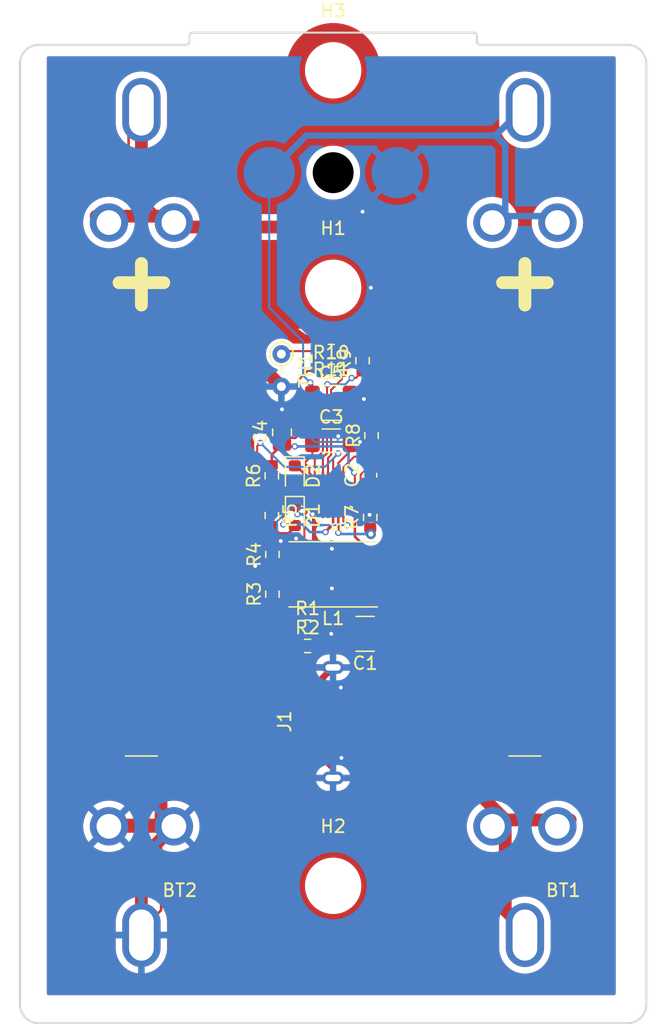
<source format=kicad_pcb>
(kicad_pcb (version 20210424) (generator pcbnew)
  (layers (0 "F.Cu" signal) (31 "B.Cu" signal) (34 "B.Paste" user) (35 "F.Paste" user) (36 "B.SilkS" user "B.Silkscreen") (37 "F.SilkS" user "F.Silkscreen") (38 "B.Mask" user) (39 "F.Mask" user) (44 "Edge.Cuts" user))
  (net 0 "")
  (net 1 "Net-(BT1-Pad2)")
  (net 2 "+BATT")
  (net 3 "GND")
  (net 4 "+5V")
  (net 5 "Net-(C2-Pad2)")
  (net 6 "Net-(C2-Pad1)")
  (net 7 "Net-(C3-Pad1)")
  (net 8 "VCC")
  (net 9 "Net-(U1-Pad18)")
  (net 10 "Net-(D1-Pad2)")
  (net 11 "Net-(J1-Pad5)")
  (net 12 "Net-(J1-Pad4)")
  (net 13 "Net-(R3-Pad2)")
  (net 14 "Net-(U1-Pad16)")
  (net 15 "Net-(D2-Pad2)")
  (net 16 "Net-(R7-Pad1)")
  (net 17 "Net-(R8-Pad1)")
  (net 18 "Net-(R9-Pad1)")
  (net 19 "Net-(R10-Pad2)")
  (net 20 "Net-(R11-Pad2)")
  (footprint "Resistor_THT:R_Axial_DIN0204_L3.6mm_D1.6mm_P2.54mm_Vertical" (layer "F.Cu") (at 70.95 89.18 -90)
    (fp_text reference "TH1" (at 1.27 -1.92 90) (layer "F.SilkS"))
    (fp_text value "Thermistor_NTC")
    (fp_line (start 0.92 0) (end 1.54 0) (layer "F.SilkS") (width 0.12))
    (fp_circle (center 0 0) (end 0.92 0) (layer "F.SilkS") (width 0.12) (fill none))
    (pad "1" thru_hole circle locked (at 0 0 270) (size 1.4 1.4) (drill 0.7) (layers *.Cu *.Mask) (net 20 "Net-(R11-Pad2)"))
    (pad "2" thru_hole oval locked (at 2.54 0 270) (size 1.4 1.4) (drill 0.7) (layers *.Cu *.Mask) (net 3 "GND"))
  )
  (footprint "Resistor_SMD:R_0603_1608Metric" (layer "F.Cu") (at 73 110.5)
    (fp_text reference "R1" (at 0 -1.43) (layer "F.SilkS"))
    (fp_text value "R")
    (fp_line (start -0.237258 0.5225) (end 0.237258 0.5225) (layer "F.SilkS") (width 0.12))
    (fp_line (start -0.237258 -0.5225) (end 0.237258 -0.5225) (layer "F.SilkS") (width 0.12))
    (pad "1" smd roundrect locked (at -0.825 0) (size 0.8 0.95) (layers "F.Cu" "F.Paste" "F.Mask") (net 12 "Net-(J1-Pad4)"))
    (pad "2" smd roundrect locked (at 0.825 0) (size 0.8 0.95) (layers "F.Cu" "F.Paste" "F.Mask") (net 3 "GND"))
  )
  (footprint "Resistor_SMD:R_0603_1608Metric" (layer "F.Cu") (at 77.3 89.7 90)
    (fp_text reference "R9" (at 0 -1.43 90) (layer "F.SilkS"))
    (fp_text value "100")
    (fp_line (start -0.237258 0.5225) (end 0.237258 0.5225) (layer "F.SilkS") (width 0.12))
    (fp_line (start -0.237258 -0.5225) (end 0.237258 -0.5225) (layer "F.SilkS") (width 0.12))
    (pad "1" smd roundrect locked (at -0.825 0 90) (size 0.8 0.95) (layers "F.Cu" "F.Paste" "F.Mask") (net 18 "Net-(R9-Pad1)"))
    (pad "2" smd roundrect locked (at 0.825 0 90) (size 0.8 0.95) (layers "F.Cu" "F.Paste" "F.Mask") (net 1 "Net-(BT1-Pad2)"))
  )
  (footprint "VX8Battery:MP2672A" (layer "F.Cu") (at 75 100.2 180)
    (fp_text reference "U1" (at -0.2 -2.5 180 unlocked) (layer "F.SilkS") (effects (font (size 0.5 0.5) (thickness 0.125))))
    (fp_text value "MP2672A")
    (fp_circle (center -1.4 -1) (end -1.3 -1) (layer "F.SilkS") (width 0.12) (fill none))
    (pad "1" smd roundrect (at -0.85 -0.6 180) (size 1 0.2) (layers "F.Cu" "F.Paste" "F.Mask") (chamfer_ratio 0.2) (chamfer top_left top_right bottom_left bottom_right) (net 4 "+5V"))
    (pad "2" smd rect (at -0.85 -0.2 180) (size 1 0.2) (layers "F.Cu" "F.Paste" "F.Mask") (net 6 "Net-(C2-Pad1)"))
    (pad "3" smd rect (at -0.85 0.2 180) (size 1 0.2) (layers "F.Cu" "F.Paste" "F.Mask") (net 5 "Net-(C2-Pad2)"))
    (pad "4" smd rect (at -0.85 0.6 180) (size 1 0.2) (layers "F.Cu" "F.Paste" "F.Mask") (net 8 "VCC"))
    (pad "5" smd rect (at -0.8 1.45 270) (size 0.7 0.2) (layers "F.Cu" "F.Paste" "F.Mask") (net 17 "Net-(R8-Pad1)"))
    (pad "6" smd rect (at -0.4 1.45 270) (size 0.7 0.2) (layers "F.Cu" "F.Paste" "F.Mask") (net 3 "GND"))
    (pad "7" smd rect (at 0 1.45 270) (size 0.7 0.2) (layers "F.Cu" "F.Paste" "F.Mask") (net 13 "Net-(R3-Pad2)"))
    (pad "8" smd rect (at 0.4 1.45 270) (size 0.7 0.2) (layers "F.Cu" "F.Paste" "F.Mask") (net 19 "Net-(R10-Pad2)"))
    (pad "9" smd rect (at 0.8 1.45 270) (size 0.7 0.2) (layers "F.Cu" "F.Paste" "F.Mask") (net 18 "Net-(R9-Pad1)"))
    (pad "10" smd rect (at 0.85 0.6) (size 1 0.2) (layers "F.Cu" "F.Paste" "F.Mask") (net 2 "+BATT"))
    (pad "11" smd rect (at 0.85 0.2) (size 1 0.2) (layers "F.Cu" "F.Paste" "F.Mask") (net 7 "Net-(C3-Pad1)"))
    (pad "12" smd rect (at 0.85 -0.2) (size 1 0.2) (layers "F.Cu" "F.Paste" "F.Mask") (net 6 "Net-(C2-Pad1)"))
    (pad "13" smd rect (at 0.85 -0.6) (size 1 0.2) (layers "F.Cu" "F.Paste" "F.Mask") (net 3 "GND"))
    (pad "14" smd rect (at 0.8 -1.45 270) (size 0.7 0.2) (layers "F.Cu" "F.Paste" "F.Mask"))
    (pad "15" smd rect (at 0.4 -1.45 270) (size 0.7 0.2) (layers "F.Cu" "F.Paste" "F.Mask"))
    (pad "16" smd rect (at 0 -1.45 270) (size 0.7 0.2) (layers "F.Cu" "F.Paste" "F.Mask") (net 14 "Net-(U1-Pad16)"))
    (pad "17" smd rect (at -0.4 -1.45 270) (size 0.7 0.2) (layers "F.Cu" "F.Paste" "F.Mask") (net 16 "Net-(R7-Pad1)"))
    (pad "18" smd rect (at -0.8 -1.45 270) (size 0.7 0.2) (layers "F.Cu" "F.Paste" "F.Mask") (net 9 "Net-(U1-Pad18)"))
  )
  (footprint "Resistor_SMD:R_0603_1608Metric" (layer "F.Cu") (at 74.85 90.5)
    (fp_text reference "R10" (at 0 -1.43) (layer "F.SilkS"))
    (fp_text value "12.62K")
    (fp_line (start -0.237258 0.5225) (end 0.237258 0.5225) (layer "F.SilkS") (width 0.12))
    (fp_line (start -0.237258 -0.5225) (end 0.237258 -0.5225) (layer "F.SilkS") (width 0.12))
    (pad "1" smd roundrect locked (at -0.825 0) (size 0.8 0.95) (layers "F.Cu" "F.Paste" "F.Mask") (net 8 "VCC"))
    (pad "2" smd roundrect locked (at 0.825 0) (size 0.8 0.95) (layers "F.Cu" "F.Paste" "F.Mask") (net 19 "Net-(R10-Pad2)"))
  )
  (footprint "VX8Battery:AdafruitSMTStandoff" (layer "F.Cu") (at 75 84)
    (fp_text reference "H1" (at 0 -4.65) (layer "F.SilkS"))
    (fp_text value "MountingHole_Pad")
    (pad "" np_thru_hole circle locked (at 0 0) (size 4.22 4.22) (drill 4.4) (layers F&B.Cu *.Mask))
    (pad "1" smd circle locked (at 0 -2.95) (size 1.1 1.1) (layers "F.Cu") (net 3 "GND"))
    (pad "1" smd circle locked (at -2.95 0) (size 1.1 1.1) (layers "F.Cu") (net 3 "GND"))
    (pad "1" smd circle locked (at 0 2.95) (size 1.1 1.1) (layers "F.Cu") (net 3 "GND"))
    (pad "1" smd custom locked (at 2.95 0) (size 1.1 1.1) (layers "F.Cu" "F.Mask") (net 3 "GND") (options (clearance outline) (anchor circle)) (primitives (gr_circle (center -2.95 0) (end 0 0) (width 1.5))))
  )
  (footprint "VX8Battery:Molex-2171780001" (layer "F.Cu") (at 73.2 118 90)
    (fp_text reference "J1" (at 0.1 -2 90 unlocked) (layer "F.SilkS"))
    (fp_text value "USBC-Molex-2171780001")
    (pad "1" thru_hole oval (at -4.32 1.79 90) (size 1 1.7) (drill oval 0.5 1.2) (layers *.Cu *.Mask) (net 3 "GND"))
    (pad "2" smd rect (at -2.75 1 90) (size 0.9 2) (layers "F.Cu" "F.Paste" "F.Mask") (net 3 "GND"))
    (pad "3" smd rect (at -1.52 1 90) (size 0.8 2) (layers "F.Cu" "F.Paste" "F.Mask") (net 4 "+5V"))
    (pad "4" smd rect (at -0.5 1 90) (size 0.7 2) (layers "F.Cu" "F.Paste" "F.Mask") (net 12 "Net-(J1-Pad4)"))
    (pad "5" smd rect (at 0.5 1 90) (size 0.721718 2) (layers "F.Cu" "F.Paste" "F.Mask") (net 11 "Net-(J1-Pad5)"))
    (pad "6" smd rect (at 1.52 1 90) (size 0.8 2) (layers "F.Cu" "F.Paste" "F.Mask") (net 4 "+5V"))
    (pad "7" smd rect (at 2.75 1 90) (size 0.9 2) (layers "F.Cu" "F.Paste" "F.Mask") (net 3 "GND"))
    (pad "8" thru_hole oval (at 4.32 1.79 90) (size 1 1.7) (drill oval 0.5 1.2) (layers *.Cu *.Mask) (net 3 "GND"))
  )
  (footprint "Resistor_SMD:R_0603_1608Metric" (layer "F.Cu") (at 78 95.55 90)
    (fp_text reference "R8" (at 0 -1.43 90) (layer "F.SilkS"))
    (fp_text value "17K")
    (fp_line (start -0.237258 -0.5225) (end 0.237258 -0.5225) (layer "F.SilkS") (width 0.12))
    (fp_line (start -0.237258 0.5225) (end 0.237258 0.5225) (layer "F.SilkS") (width 0.12))
    (pad "1" smd roundrect locked (at -0.825 0 90) (size 0.8 0.95) (layers "F.Cu" "F.Paste" "F.Mask") (net 17 "Net-(R8-Pad1)"))
    (pad "2" smd roundrect locked (at 0.825 0 90) (size 0.8 0.95) (layers "F.Cu" "F.Paste" "F.Mask") (net 3 "GND"))
  )
  (footprint "VX8Battery:AdafruitSMTStandoff" (layer "F.Cu") (at 75 67)
    (fp_text reference "H3" (at 0 -4.65) (layer "F.SilkS"))
    (fp_text value "MountingHole_Pad")
    (pad "" np_thru_hole circle locked (at 0 0) (size 4.22 4.22) (drill 4.4) (layers F&B.Cu *.Mask))
    (pad "1" smd custom locked (at 2.95 0) (size 1.1 1.1) (layers "F.Cu" "F.Mask") (net 3 "GND") (options (clearance outline) (anchor circle)) (primitives (gr_circle (center -2.95 0) (end 0 0) (width 1.5))))
    (pad "1" smd circle locked (at 0 2.95) (size 1.1 1.1) (layers "F.Cu") (net 3 "GND"))
    (pad "1" smd circle locked (at -2.95 0) (size 1.1 1.1) (layers "F.Cu") (net 3 "GND"))
    (pad "1" smd circle locked (at 0 -2.95) (size 1.1 1.1) (layers "F.Cu") (net 3 "GND"))
  )
  (footprint "VX8Battery:VX8BatteryPins" (layer "F.Cu") (at 75 75)
    (fp_text reference "J2" (at 0 -0.5 unlocked) (layer "F.SilkS"))
    (fp_text value "VX8BattPins")
    (pad "" np_thru_hole circle (at 0 0) (size 3.5 3.5) (drill 3.2) (layers *.Mask))
    (pad "1" smd circle (at -5 0) (size 4 4) (layers "B.Cu" "B.Mask") (net 2 "+BATT"))
    (pad "3" smd circle (at 5 0) (size 4 4) (layers "B.Cu" "B.Mask") (net 3 "GND"))
  )
  (footprint "Capacitor_SMD:C_1210_3225Metric" (layer "F.Cu") (at 74.85 93)
    (fp_text reference "C5" (at 0 -2.3) (layer "F.SilkS"))
    (fp_text value "22u")
    (fp_line (start -0.711252 -1.36) (end 0.711252 -1.36) (layer "F.SilkS") (width 0.12))
    (fp_line (start -0.711252 1.36) (end 0.711252 1.36) (layer "F.SilkS") (width 0.12))
    (pad "1" smd roundrect locked (at -1.475 0) (size 1.15 2.7) (layers "F.Cu" "F.Paste" "F.Mask") (roundrect_rratio 0.217391) (net 2 "+BATT"))
    (pad "2" smd roundrect locked (at 1.475 0) (size 1.15 2.7) (layers "F.Cu" "F.Paste" "F.Mask") (roundrect_rratio 0.217391) (net 3 "GND"))
  )
  (footprint "Resistor_SMD:R_0603_1608Metric" (layer "F.Cu") (at 74.85 88.95 180)
    (fp_text reference "R11" (at 0 -1.43) (layer "F.SilkS"))
    (fp_text value "3.63K")
    (fp_line (start -0.237258 -0.5225) (end 0.237258 -0.5225) (layer "F.SilkS") (width 0.12))
    (fp_line (start -0.237258 0.5225) (end 0.237258 0.5225) (layer "F.SilkS") (width 0.12))
    (pad "1" smd roundrect locked (at -0.825 0 180) (size 0.8 0.95) (layers "F.Cu" "F.Paste" "F.Mask") (net 19 "Net-(R10-Pad2)"))
    (pad "2" smd roundrect locked (at 0.825 0 180) (size 0.8 0.95) (layers "F.Cu" "F.Paste" "F.Mask") (net 20 "Net-(R11-Pad2)"))
  )
  (footprint "Capacitor_SMD:C_0603_1608Metric" (layer "F.Cu") (at 77.9 98.65 90)
    (fp_text reference "C2" (at 0 -1.43 90) (layer "F.SilkS"))
    (fp_text value "100n")
    (fp_line (start -0.14058 -0.51) (end 0.14058 -0.51) (layer "F.SilkS") (width 0.12))
    (fp_line (start -0.14058 0.51) (end 0.14058 0.51) (layer "F.SilkS") (width 0.12))
    (pad "1" smd roundrect locked (at -0.775 0 90) (size 0.9 0.95) (layers "F.Cu" "F.Paste" "F.Mask") (net 6 "Net-(C2-Pad1)"))
    (pad "2" smd roundrect locked (at 0.775 0 90) (size 0.9 0.95) (layers "F.Cu" "F.Paste" "F.Mask") (net 5 "Net-(C2-Pad2)"))
  )
  (footprint "Resistor_SMD:R_0603_1608Metric" (layer "F.Cu") (at 70.2 101.8 -90)
    (fp_text reference "R5" (at 0 -1.43 90) (layer "F.SilkS"))
    (fp_text value "R")
    (fp_line (start -0.237258 -0.5225) (end 0.237258 -0.5225) (layer "F.SilkS") (width 0.12))
    (fp_line (start -0.237258 0.5225) (end 0.237258 0.5225) (layer "F.SilkS") (width 0.12))
    (pad "1" smd roundrect locked (at -0.825 0 270) (size 0.8 0.95) (layers "F.Cu" "F.Paste" "F.Mask") (net 8 "VCC"))
    (pad "2" smd roundrect locked (at 0.825 0 270) (size 0.8 0.95) (layers "F.Cu" "F.Paste" "F.Mask") (net 10 "Net-(D1-Pad2)"))
  )
  (footprint "Capacitor_SMD:C_0805_2012Metric" (layer "F.Cu") (at 71 95.3 90)
    (fp_text reference "C4" (at 0 -1.68 90) (layer "F.SilkS"))
    (fp_text value "1uF")
    (fp_line (start -0.261252 -0.735) (end 0.261252 -0.735) (layer "F.SilkS") (width 0.12))
    (fp_line (start -0.261252 0.735) (end 0.261252 0.735) (layer "F.SilkS") (width 0.12))
    (pad "1" smd roundrect locked (at -0.95 0 90) (size 1 1.45) (layers "F.Cu" "F.Paste" "F.Mask") (net 8 "VCC"))
    (pad "2" smd roundrect locked (at 0.95 0 90) (size 1 1.45) (layers "F.Cu" "F.Paste" "F.Mask") (net 3 "GND"))
  )
  (footprint "Resistor_SMD:R_0603_1608Metric" (layer "F.Cu") (at 70.25 107.95 90)
    (fp_text reference "R3" (at 0 -1.43 90) (layer "F.SilkS"))
    (fp_text value "28.7K")
    (fp_line (start -0.237258 -0.5225) (end 0.237258 -0.5225) (layer "F.SilkS") (width 0.12))
    (fp_line (start -0.237258 0.5225) (end 0.237258 0.5225) (layer "F.SilkS") (width 0.12))
    (pad "1" smd roundrect locked (at -0.825 0 90) (size 0.8 0.95) (layers "F.Cu" "F.Paste" "F.Mask") (net 4 "+5V"))
    (pad "2" smd roundrect locked (at 0.825 0 90) (size 0.8 0.95) (layers "F.Cu" "F.Paste" "F.Mask") (net 13 "Net-(R3-Pad2)"))
  )
  (footprint "Resistor_SMD:R_0603_1608Metric" (layer "F.Cu") (at 70.2 98.7 90)
    (fp_text reference "R6" (at 0 -1.43 90) (layer "F.SilkS"))
    (fp_text value "R")
    (fp_line (start -0.237258 0.5225) (end 0.237258 0.5225) (layer "F.SilkS") (width 0.12))
    (fp_line (start -0.237258 -0.5225) (end 0.237258 -0.5225) (layer "F.SilkS") (width 0.12))
    (pad "1" smd roundrect locked (at -0.825 0 90) (size 0.8 0.95) (layers "F.Cu" "F.Paste" "F.Mask") (net 15 "Net-(D2-Pad2)"))
    (pad "2" smd roundrect locked (at 0.825 0 90) (size 0.8 0.95) (layers "F.Cu" "F.Paste" "F.Mask") (net 8 "VCC"))
  )
  (footprint "Resistor_SMD:R_0603_1608Metric" (layer "F.Cu") (at 73 112)
    (fp_text reference "R2" (at 0 -1.43) (layer "F.SilkS"))
    (fp_text value "R")
    (fp_line (start -0.237258 0.5225) (end 0.237258 0.5225) (layer "F.SilkS") (width 0.12))
    (fp_line (start -0.237258 -0.5225) (end 0.237258 -0.5225) (layer "F.SilkS") (width 0.12))
    (pad "1" smd roundrect locked (at -0.825 0) (size 0.8 0.95) (layers "F.Cu" "F.Paste" "F.Mask") (net 11 "Net-(J1-Pad5)"))
    (pad "2" smd roundrect locked (at 0.825 0) (size 0.8 0.95) (layers "F.Cu" "F.Paste" "F.Mask") (net 3 "GND"))
  )
  (footprint "VX8Battery:21700Battery" (layer "F.Cu") (at 60 126.1)
    (fp_text reference "BT2" (at 3 5 -180) (layer "F.SilkS"))
    (fp_text value "Battery_Cell")
    (fp_line (start -1.25 -5.5) (end 1.25 -5.5) (layer "F.SilkS") (width 0.12))
    (fp_line (start 0 -44) (end 0 -40.75) (layer "F.SilkS") (width 1))
    (fp_line (start -1.75 -42.5) (end 1.75 -42.5) (layer "F.SilkS") (width 1))
    (pad "1" thru_hole oval (at 0 -56 180) (size 3 5) (drill oval 1.93 4) (layers *.Cu *.Mask) (net 1 "Net-(BT1-Pad2)"))
    (pad "1" thru_hole circle (at 2.54 -47.2) (size 3 3) (drill 1.93) (layers *.Cu *.Mask) (net 1 "Net-(BT1-Pad2)"))
    (pad "1" thru_hole circle (at -2.54 -47.2) (size 3 3) (drill 1.93) (layers *.Cu *.Mask) (net 1 "Net-(BT1-Pad2)"))
    (pad "2" thru_hole circle (at -2.54 0 180) (size 3 3) (drill 1.93) (layers *.Cu *.Mask) (net 3 "GND"))
    (pad "2" thru_hole oval (at 0 8.5 180) (size 3 5) (drill oval 1.93 4) (layers *.Cu *.Mask) (net 3 "GND"))
    (pad "2" thru_hole circle (at 2.54 0 180) (size 3 3) (drill 1.93) (layers *.Cu *.Mask) (net 3 "GND"))
  )
  (footprint "LED_SMD:LED_0603_1608Metric" (layer "F.Cu") (at 72 98.7 -90)
    (fp_text reference "D2" (at 0 -1.43 90) (layer "F.SilkS"))
    (fp_text value "LED")
    (fp_line (start -1.485 -0.735) (end -1.485 0.735) (layer "F.SilkS") (width 0.12))
    (fp_line (start 0.8 -0.735) (end -1.485 -0.735) (layer "F.SilkS") (width 0.12))
    (fp_line (start -1.485 0.735) (end 0.8 0.735) (layer "F.SilkS") (width 0.12))
    (pad "1" smd roundrect locked (at -0.7875 0 270) (size 0.875 0.95) (layers "F.Cu" "F.Paste" "F.Mask") (net 14 "Net-(U1-Pad16)"))
    (pad "2" smd roundrect locked (at 0.7875 0 270) (size 0.875 0.95) (layers "F.Cu" "F.Paste" "F.Mask") (net 15 "Net-(D2-Pad2)"))
  )
  (footprint "LED_SMD:LED_0603_1608Metric" (layer "F.Cu") (at 72 101.8 -90)
    (fp_text reference "D1" (at 0 -1.43 90) (layer "F.SilkS"))
    (fp_text value "LED")
    (fp_line (start -1.485 0.735) (end 0.8 0.735) (layer "F.SilkS") (width 0.12))
    (fp_line (start -1.485 -0.735) (end -1.485 0.735) (layer "F.SilkS") (width 0.12))
    (fp_line (start 0.8 -0.735) (end -1.485 -0.735) (layer "F.SilkS") (width 0.12))
    (pad "1" smd roundrect locked (at -0.7875 0 270) (size 0.875 0.95) (layers "F.Cu" "F.Paste" "F.Mask") (net 9 "Net-(U1-Pad18)"))
    (pad "2" smd roundrect locked (at 0.7875 0 270) (size 0.875 0.95) (layers "F.Cu" "F.Paste" "F.Mask") (net 10 "Net-(D1-Pad2)"))
  )
  (footprint "Capacitor_SMD:C_1210_3225Metric" (layer "F.Cu") (at 77.5 111.05 180)
    (fp_text reference "C1" (at 0 -2.3) (layer "F.SilkS"))
    (fp_text value "10uF")
    (fp_line (start -0.711252 -1.36) (end 0.711252 -1.36) (layer "F.SilkS") (width 0.12))
    (fp_line (start -0.711252 1.36) (end 0.711252 1.36) (layer "F.SilkS") (width 0.12))
    (pad "1" smd roundrect locked (at -1.475 0 180) (size 1.15 2.7) (layers "F.Cu" "F.Paste" "F.Mask") (roundrect_rratio 0.217391) (net 4 "+5V"))
    (pad "2" smd roundrect locked (at 1.475 0 180) (size 1.15 2.7) (layers "F.Cu" "F.Paste" "F.Mask") (roundrect_rratio 0.217391) (net 3 "GND"))
  )
  (footprint "Resistor_SMD:R_0603_1608Metric" (layer "F.Cu") (at 77.9 101.95 90)
    (fp_text reference "R7" (at 0 -1.43 90) (layer "F.SilkS"))
    (fp_text value "20K")
    (fp_line (start -0.237258 0.5225) (end 0.237258 0.5225) (layer "F.SilkS") (width 0.12))
    (fp_line (start -0.237258 -0.5225) (end 0.237258 -0.5225) (layer "F.SilkS") (width 0.12))
    (pad "1" smd roundrect locked (at -0.825 0 90) (size 0.8 0.95) (layers "F.Cu" "F.Paste" "F.Mask") (net 16 "Net-(R7-Pad1)"))
    (pad "2" smd roundrect locked (at 0.825 0 90) (size 0.8 0.95) (layers "F.Cu" "F.Paste" "F.Mask") (net 3 "GND"))
  )
  (footprint "VX8Battery:AdafruitSMTStandoff" (layer "F.Cu") (at 75 130.75)
    (fp_text reference "H2" (at 0 -4.65) (layer "F.SilkS"))
    (fp_text value "MountingHole_Pad")
    (pad "" np_thru_hole circle locked (at 0 0) (size 4.22 4.22) (drill 4.4) (layers F&B.Cu *.Mask))
    (pad "1" smd circle locked (at 0 -2.95) (size 1.1 1.1) (layers "F.Cu") (net 3 "GND"))
    (pad "1" smd circle locked (at 0 2.95) (size 1.1 1.1) (layers "F.Cu") (net 3 "GND"))
    (pad "1" smd custom locked (at 2.95 0) (size 1.1 1.1) (layers "F.Cu" "F.Mask") (net 3 "GND") (options (clearance outline) (anchor circle)) (primitives (gr_circle (center -2.95 0) (end 0 0) (width 1.5))))
    (pad "1" smd circle locked (at -2.95 0) (size 1.1 1.1) (layers "F.Cu") (net 3 "GND"))
  )
  (footprint "VX8Battery:21700Battery" (layer "F.Cu") (at 90 126.1)
    (fp_text reference "BT1" (at 3 5 -180) (layer "F.SilkS"))
    (fp_text value "Battery_Cell")
    (fp_line (start 0 -44) (end 0 -40.75) (layer "F.SilkS") (width 1))
    (fp_line (start -1.75 -42.5) (end 1.75 -42.5) (layer "F.SilkS") (width 1))
    (fp_line (start -1.25 -5.5) (end 1.25 -5.5) (layer "F.SilkS") (width 0.12))
    (pad "1" thru_hole circle (at -2.54 -47.2) (size 3 3) (drill 1.93) (layers *.Cu *.Mask) (net 2 "+BATT"))
    (pad "1" thru_hole circle (at 2.54 -47.2) (size 3 3) (drill 1.93) (layers *.Cu *.Mask) (net 2 "+BATT"))
    (pad "1" thru_hole oval (at 0 -56 180) (size 3 5) (drill oval 1.93 4) (layers *.Cu *.Mask) (net 2 "+BATT"))
    (pad "2" thru_hole circle (at -2.54 0 180) (size 3 3) (drill 1.93) (layers *.Cu *.Mask) (net 1 "Net-(BT1-Pad2)"))
    (pad "2" thru_hole circle (at 2.54 0 180) (size 3 3) (drill 1.93) (layers *.Cu *.Mask) (net 1 "Net-(BT1-Pad2)"))
    (pad "2" thru_hole oval (at 0 8.5 180) (size 3 5) (drill oval 1.93 4) (layers *.Cu *.Mask) (net 1 "Net-(BT1-Pad2)"))
  )
  (footprint "Inductor_SMD:L_Taiyo-Yuden_NR-50xx_HandSoldering" (layer "F.Cu") (at 75 106.4 180)
    (fp_text reference "L1" (at 0 -3.45) (layer "F.SilkS"))
    (fp_text value "1.5uH")
    (fp_line (start -3.45 -2.55) (end 3.45 -2.55) (layer "F.SilkS") (width 0.12))
    (fp_line (start -3.45 2.55) (end 3.45 2.55) (layer "F.SilkS") (width 0.12))
    (pad "1" smd rect locked (at -2.25 0 180) (size 2.4 4.2) (layers "F.Cu" "F.Paste" "F.Mask") (net 4 "+5V"))
    (pad "2" smd rect locked (at 2.25 0 180) (size 2.4 4.2) (layers "F.Cu" "F.Paste" "F.Mask") (net 6 "Net-(C2-Pad1)"))
  )
  (footprint "Resistor_SMD:R_0603_1608Metric" (layer "F.Cu") (at 70.25 104.85 90)
    (fp_text reference "R4" (at 0 -1.43 90) (layer "F.SilkS"))
    (fp_text value "10K")
    (fp_line (start -0.237258 -0.5225) (end 0.237258 -0.5225) (layer "F.SilkS") (width 0.12))
    (fp_line (start -0.237258 0.5225) (end 0.237258 0.5225) (layer "F.SilkS") (width 0.12))
    (pad "1" smd roundrect locked (at -0.825 0 90) (size 0.8 0.95) (layers "F.Cu" "F.Paste" "F.Mask") (net 13 "Net-(R3-Pad2)"))
    (pad "2" smd roundrect locked (at 0.825 0 90) (size 0.8 0.95) (layers "F.Cu" "F.Paste" "F.Mask") (net 3 "GND"))
  )
  (footprint "Capacitor_SMD:C_1206_3216Metric" (layer "F.Cu") (at 74.85 95.95)
    (fp_text reference "C3" (at 0 -1.85) (layer "F.SilkS"))
    (fp_text value "4.7uF")
    (fp_line (start -0.711252 0.91) (end 0.711252 0.91) (layer "F.SilkS") (width 0.12))
    (fp_line (start -0.711252 -0.91) (end 0.711252 -0.91) (layer "F.SilkS") (width 0.12))
    (pad "1" smd roundrect locked (at -1.475 0) (size 1.15 1.8) (layers "F.Cu" "F.Paste" "F.Mask") (roundrect_rratio 0.217391) (net 7 "Net-(C3-Pad1)"))
    (pad "2" smd roundrect locked (at 1.475 0) (size 1.15 1.8) (layers "F.Cu" "F.Paste" "F.Mask") (roundrect_rratio 0.217391) (net 3 "GND"))
  )
  (gr_line (start 99.5 140) (end 99.5 66.5) (angle 90) (layer "Edge.Cuts") (width 0.16))
  (gr_line (start 64.018 64.053) (end 85.982 64.053) (angle 90) (layer "Edge.Cuts") (width 0.16))
  (gr_line (start 52 65) (end 63.5 65) (angle 90) (layer "Edge.Cuts") (width 0.16))
  (gr_line (start 50.5 66.5) (end 50.5 140) (angle 90) (layer "Edge.Cuts") (width 0.16))
  (gr_line (start 98 65) (end 86.5 65) (angle 90) (layer "Edge.Cuts") (width 0.16))
  (gr_arc (start 86.5 64.741) (end 86.241 64.741) (angle -90) (layer "Edge.Cuts") (width 0.16))
  (gr_line (start 52 141.5) (end 98 141.5) (angle 90) (layer "Edge.Cuts") (width 0.16))
  (gr_arc (start 64.018 64.312) (end 64.018 64.053) (angle -90) (layer "Edge.Cuts") (width 0.16))
  (gr_arc (start 52 140) (end 50.5 140) (angle -90) (layer "Edge.Cuts") (width 0.16))
  (gr_arc (start 98 66.5) (end 99.5 66.5) (angle -90) (layer "Edge.Cuts") (width 0.16))
  (gr_line (start 63.759 64.741) (end 63.759 64.312) (angle 90) (layer "Edge.Cuts") (width 0.16))
  (gr_arc (start 63.5 64.741) (end 63.5 65) (angle -90) (layer "Edge.Cuts") (width 0.16))
  (gr_arc (start 85.982 64.312) (end 86.241 64.312) (angle -90) (layer "Edge.Cuts") (width 0.16))
  (gr_line (start 86.241 64.312) (end 86.241 64.741) (angle 90) (layer "Edge.Cuts") (width 0.16))
  (gr_arc (start 52 66.5) (end 52 65) (angle -90) (layer "Edge.Cuts") (width 0.16))
  (gr_arc (start 98 140) (end 98 141.5) (angle -90) (layer "Edge.Cuts") (width 0.16))
  (segment (start 77.825 88.875) (end 80.65 86.05) (width 1) (layer "F.Cu") (net 1))
  (segment (start 88.46 125.6) (end 85.66 122.8) (width 1) (layer "F.Cu") (net 1))
  (segment (start 61.54 78.4) (end 59.7 78.4) (width 1) (layer "F.Cu") (net 1))
  (segment (start 80.65 86.05) (end 80.65 80.1) (width 1) (layer "F.Cu") (net 1))
  (segment (start 85.65 122.8) (end 80.6 117.75) (width 1) (layer "F.Cu") (net 1))
  (segment (start 80.65 80.1) (end 79.8 79.25) (width 1) (layer "F.Cu") (net 1))
  (segment (start 77.3 88.875) (end 77.825 88.875) (width 1) (layer "F.Cu") (net 1))
  (segment (start 89.84998 134.04998) (end 89.84998 134.54998) (width 1) (layer "F.Cu") (net 1))
  (segment (start 79.8 79.25) (end 62.39 79.25) (width 1) (layer "F.Cu") (net 1))
  (segment (start 59.7 78.4) (end 56.46 78.4) (width 1) (layer "F.Cu") (net 1))
  (segment (start 91 135.2) (end 91 134.65002) (width 0.2) (layer "F.Cu") (net 1))
  (segment (start 59.7 78.4) (end 60 78.1) (width 1) (layer "F.Cu") (net 1))
  (segment (start 80.6 86.1) (end 80.65 86.05) (width 1) (layer "F.Cu") (net 1))
  (segment (start 60 78.1) (end 60 70.1) (width 1) (layer "F.Cu") (net 1))
  (segment (start 59 68.8) (end 59 75.86) (width 0.2) (layer "F.Cu") (net 1))
  (segment (start 88.46 125.6) (end 93.54 125.6) (width 1) (layer "F.Cu") (net 1))
  (segment (start 59 75.86) (end 61.54 78.4) (width 0.2) (layer "F.Cu") (net 1))
  (segment (start 89.84998 134.54998) (end 91 135.7) (width 1) (layer "F.Cu") (net 1))
  (segment (start 88.46 125.6) (end 88.46 132.66) (width 1) (layer "F.Cu") (net 1))
  (segment (start 62.39 79.25) (end 61.54 78.4) (width 1) (layer "F.Cu") (net 1))
  (segment (start 80.6 117.75) (end 80.6 86.1) (width 1) (layer "F.Cu") (net 1))
  (segment (start 88.46 132.66) (end 89.84998 134.04998) (width 1) (layer "F.Cu") (net 1))
  (segment (start 85.66 122.8) (end 85.65 122.8) (width 1) (layer "F.Cu") (net 1))
  (segment (start 73.375 93) (end 73.375 91.575) (width 0.16) (layer "F.Cu") (net 2))
  (segment (start 73.375 91.575) (end 73.2 91.4) (width 0.16) (layer "F.Cu") (net 2))
  (segment (start 73.559022 99.409022) (end 73.559022 97.440334) (width 0.16) (layer "F.Cu") (net 2))
  (segment (start 74.15 99.6) (end 73.75 99.6) (width 0.16) (layer "F.Cu") (net 2))
  (segment (start 73.559022 97.440334) (end 74.2 96.799356) (width 0.16) (layer "F.Cu") (net 2))
  (segment (start 74.2 93.825) (end 73.375 93) (width 0.16) (layer "F.Cu") (net 2))
  (segment (start 74.2 96.799356) (end 74.2 93.825) (width 0.16) (layer "F.Cu") (net 2))
  (segment (start 73.75 99.6) (end 73.559022 99.409022) (width 0.16) (layer "F.Cu") (net 2))
  (via (at 73.2 91.4) (size 0.5) (drill 0.3) (layers "F.Cu" "B.Cu") (net 2))
  (segment (start 87.7 72.1) (end 88.46 72.86) (width 0.5) (layer "B.Cu") (net 2))
  (segment (start 70 75) (end 72.9 72.1) (width 0.5) (layer "B.Cu") (net 2))
  (segment (start 72.65 90.85) (end 72.65 88.2) (width 0.16) (layer "B.Cu") (net 2))
  (segment (start 88.46 78.4) (end 93.54 78.4) (width 0.5) (layer "B.Cu") (net 2))
  (segment (start 72.9 72.1) (end 87.7 72.1) (width 0.5) (layer "B.Cu") (net 2))
  (segment (start 72.65 88.2) (end 70 85.55) (width 0.16) (layer "B.Cu") (net 2))
  (segment (start 70 85.55) (end 70 75) (width 0.16) (layer "B.Cu") (net 2))
  (segment (start 87.7 72.1) (end 91 68.8) (width 0.5) (layer "B.Cu") (net 2))
  (segment (start 73.2 91.4) (end 72.65 90.85) (width 0.16) (layer "B.Cu") (net 2))
  (segment (start 70 75.85) (end 70 75) (width 0.5) (layer "B.Cu") (net 2))
  (segment (start 88.46 72.86) (end 88.46 78.4) (width 0.5) (layer "B.Cu") (net 2))
  (segment (start 68.320977 90.949023) (end 69.25 90.02) (width 1) (layer "F.Cu") (net 3))
  (segment (start 69.75 110.15) (end 69.05 109.45) (width 0.5) (layer "F.Cu") (net 3))
  (segment (start 68.9 109.3) (end 68.9 105.75) (width 0.5) (layer "F.Cu") (net 3))
  (segment (start 76.325 95.95) (end 76.325 93) (width 0.16) (layer "F.Cu") (net 3))
  (segment (start 61.54 125.6) (end 61.54 122.8) (width 1) (layer "F.Cu") (net 3))
  (segment (start 61.54 125.6) (end 61.54 132.66) (width 0.2) (layer "F.Cu") (net 3))
  (segment (start 56.46 125.6) (end 61.54 125.6) (width 0.2) (layer "F.Cu") (net 3))
  (segment (start 61.54 122.8) (end 68.4 122.8) (width 1) (layer "F.Cu") (net 3))
  (segment (start 69.25 90.02) (end 69.25 87.2) (width 1) (layer "F.Cu") (net 3))
  (segment (start 76.025 111.05) (end 74.85 111.05) (width 0.2) (layer "F.Cu") (net 3))
  (segment (start 73.05 109.5) (end 71.8 109.5) (width 0.2) (layer "F.Cu") (net 3))
  (segment (start 74.375 111.05) (end 73.825 110.5) (width 0.2) (layer "F.Cu") (net 3))
  (segment (start 71.4 122.8) (end 73.45 120.75) (width 1) (layer "F.Cu") (net 3))
  (segment (start 76.325 93) (end 77.1 93) (width 0.5) (layer "F.Cu") (net 3))
  (segment (start 74.99 122.32) (end 74.99 127.79) (width 0.5) (layer "F.Cu") (net 3))
  (segment (start 77.95 81.771646) (end 77.478833 81.300479) (width 1) (layer "F.Cu") (net 3))
  (segment (start 75.4 98.75) (end 75.4 97.701856) (width 0.16) (layer "F.Cu") (net 3))
  (segment (start 78 94.675) (end 76.325 93) (width 0.16) (layer "F.Cu") (net 3))
  (segment (start 74.99 122.32) (end 74.99 121.54) (width 0.5) (layer "F.Cu") (net 3))
  (segment (start 77.1 96.05) (end 76.425 96.05) (width 0.16) (layer "F.Cu") (net 3))
  (segment (start 72.05 82.954708) (end 72.05 84) (width 1) (layer "F.Cu") (net 3))
  (segment (start 77.35 78.1) (end 77.3 78.05) (width 0.5) (layer "F.Cu") (net 3))
  (segment (start 68.4 122.8) (end 68.320977 122.720977) (width 1) (layer "F.Cu") (net 3))
  (segment (start 78 94.725) (end 78 94.675) (width 0.16) (layer "F.Cu") (net 3))
  (segment (start 60 134.6) (end 60 128.64) (width 1) (layer "F.Cu") (net 3))
  (segment (start 77.478833 81.300479) (end 73.704229 81.300479) (width 1) (layer "F.Cu") (net 3))
  (segment (start 77.95 77.4) (end 77.95 67) (width 0.5) (layer "F.Cu") (net 3))
  (segment (start 69.05 109.45) (end 68.9 109.3) (width 0.5) (layer "F.Cu") (net 3))
  (segment (start 70.675 104.025) (end 70.9 103.8) (width 0.16) (layer "F.Cu") (net 3))
  (segment (start 60 128.64) (end 62.54 126.1) (width 1) (layer "F.Cu") (net 3))
  (segment (start 74.15 100.8) (end 73.75 100.8) (width 0.16) (layer "F.Cu") (net 3))
  (segment (start 70.25 104.025) (end 70.675 104.025) (width 0.16) (layer "F.Cu") (net 3))
  (segment (start 68.320977 122.720977) (end 68.320977 90.949023) (width 1) (layer "F.Cu") (net 3))
  (segment (start 76.325 96.776856) (end 76.325 95.95) (width 0.16) (layer "F.Cu") (net 3))
  (segment (start 74.99 127.79) (end 75 127.8) (width 0.5) (layer "F.Cu") (net 3))
  (segment (start 71 91.815) (end 71.1 91.715) (width 0.16) (layer "F.Cu") (net 3))
  (segment (start 74.2 114.47) (end 74.99 113.68) (width 0.5) (layer "F.Cu") (net 3))
  (segment (start 70.95 85.5) (end 72.149521 86.699521) (width 1) (layer "F.Cu") (net 3))
  (segment (start 73.4 101.15) (end 73.4 101.7) (width 0.16) (layer "F.Cu") (net 3))
  (segment (start 73.45 120.75) (end 74.2 120.75) (width 1) (layer "F.Cu") (net 3))
  (segment (start 61.54 132.66) (end 59.75002 134.44998) (width 0.2) (layer "F.Cu") (net 3))
  (segment (start 74.2 120.95) (end 73.5 120.95) (width 0.16) (layer "F.Cu") (net 3))
  (segment (start 62.54 126.1) (end 57.46 126.1) (width 1) (layer "F.Cu") (net 3))
  (segment (start 71 93.5) (end 71 91.815) (width 0.16) (layer "F.Cu") (net 3))
  (segment (start 71 94.35) (end 71 93.5) (width 0.16) (layer "F.Cu") (net 3))
  (segment (start 75.4 97.701856) (end 76.325 96.776856) (width 0.16) (layer "F.Cu") (net 3))
  (segment (start 74.85 111.05) (end 74.375 111.05) (width 0.2) (layer "F.Cu") (net 3))
  (segment (start 75.65 120.75) (end 74.2 120.75) (width 0.5) (layer "F.Cu") (net 3))
  (segment (start 73.825 110.5) (end 73.825 110.275) (width 0.2) (layer "F.Cu") (net 3))
  (segment (start 77.85 101.75) (end 77.85 101.175) (width 0.16) (layer "F.Cu") (net 3))
  (segment (start 69.25 87.2) (end 70.95 85.5) (width 1) (layer "F.Cu") (net 3))
  (segment (start 77.3 78.05) (end 77.95 77.4) (width 0.5) (layer "F.Cu") (net 3))
  (segment (start 77.478833 86.699521) (end 77.95 86.228354) (width 1) (layer "F.Cu") (net 3))
  (segment (start 69.8 110.15) (end 69.75 110.15) (width 0.5) (layer "F.Cu") (net 3))
  (segment (start 74.2 115.25) (end 75.6 115.25) (width 0.5) (layer "F.Cu") (net 3))
  (segment (start 71.8 109.5) (end 71.15 110.15) (width 0.2) (layer "F.Cu") (net 3))
  (segment (start 74.9 107.5) (end 74.9 104.4) (width 0.2) (layer "F.Cu") (net 3))
  (segment (start 77.95 86.228354) (end 77.95 81.771646) (width 1) (layer "F.Cu") (net 3))
  (segment (start 73.825 110.275) (end 73.05 109.5) (width 0.2) (layer "F.Cu") (net 3))
  (segment (start 68.4 122.8) (end 71.4 122.8) (width 1) (layer "F.Cu") (net 3))
  (segment (start 70.95 91.72) (end 69.25 90.02) (width 1) (layer "F.Cu") (net 3))
  (segment (start 75.975 95.6) (end 76.325 95.95) (width 0.16) (layer "F.Cu") (net 3))
  (segment (start 73.5 101.05) (end 73.4 101.15) (width 0.16) (layer "F.Cu") (net 3))
  (segment (start 77.1 93) (end 77.4 92.7) (width 0.5) (layer "F.Cu") (net 3))
  (segment (start 73.75 100.8) (end 73.5 101.05) (width 0.16) (layer "F.Cu") (net 3))
  (segment (start 73.825 110.5) (end 73.825 112) (width 0.2) (layer "F.Cu") (net 3))
  (segment (start 72.149521 86.699521) (end 77.478833 86.699521) (width 1) (layer "F.Cu") (net 3))
  (segment (start 77.85 101.175) (end 77.9 101.125) (width 0.16) (layer "F.Cu") (net 3))
  (segment (start 73.704229 81.300479) (end 72.05 82.954708) (width 1) (layer "F.Cu") (net 3))
  (segment (start 74.2 115.25) (end 74.2 114.47) (width 0.5) (layer "F.Cu") (net 3))
  (segment (start 75.4 95.6) (end 75.975 95.6) (width 0.16) (layer "F.Cu") (net 3))
  (segment (start 76.425 96.05) (end 76.325 95.95) (width 0.16) (layer "F.Cu") (net 3))
  (segment (start 71.15 110.15) (end 69.8 110.15) (width 0.2) (layer "F.Cu") (net 3))
  (segment (start 74.99 121.54) (end 74.2 120.75) (width 0.5) (layer "F.Cu") (net 3))
  (via (at 77.85 101.75) (size 0.5) (drill 0.3) (layers "F.Cu" "B.Cu") (net 3))
  (via (at 70.9 103.8) (size 0.5) (drill 0.3) (layers "F.Cu" "B.Cu") (net 3))
  (via (at 75.65 120.75) (size 0.5) (drill 0.3) (layers "F.Cu" "B.Cu") (net 3))
  (via (at 77.3 78.05) (size 0.5) (drill 0.3) (layers "F.Cu" "B.Cu") (net 3))
  (via (at 72.1 103.6) (size 0.5) (drill 0.3) (layers "F.Cu" "B.Cu") (net 3))
  (via (at 74.85 111.05) (size 0.5) (drill 0.3) (layers "F.Cu" "B.Cu") (net 3))
  (via (at 73.4 101.7) (size 0.5) (drill 0.3) (layers "F.Cu" "B.Cu") (net 3))
  (via (at 75.4 95.6) (size 0.5) (drill 0.3) (layers "F.Cu" "B.Cu") (net 3))
  (via (at 74.9 104.4) (size 0.5) (drill 0.3) (layers "F.Cu" "B.Cu") (net 3))
  (via (at 77.4 92.7) (size 0.5) (drill 0.3) (layers "F.Cu" "B.Cu") (net 3))
  (via (at 68.9 105.75) (size 0.5) (drill 0.3) (layers "F.Cu" "B.Cu") (net 3))
  (via (at 75.6 115.25) (size 0.5) (drill 0.3) (layers "F.Cu" "B.Cu") (net 3))
  (via (at 77.95 84) (size 0.5) (drill 0.3) (layers "F.Cu" "B.Cu") (net 3))
  (via (at 71 93.5) (size 0.5) (drill 0.3) (layers "F.Cu" "B.Cu") (net 3))
  (via (at 77.1 96.05) (size 0.5) (drill 0.3) (layers "F.Cu" "B.Cu") (net 3))
  (via (at 74.9 107.5) (size 0.5) (drill 0.3) (layers "F.Cu" "B.Cu") (net 3))
  (segment (start 77.95 78.7) (end 77.95 84) (width 0.5) (layer "B.Cu") (net 3))
  (segment (start 74.85 107.55) (end 74.9 107.5) (width 0.2) (layer "B.Cu") (net 3))
  (segment (start 72.9 104.4) (end 72.1 103.6) (width 0.2) (layer "B.Cu") (net 3))
  (segment (start 71.665039 101.210499) (end 72.910499 101.210499) (width 0.16) (layer "B.Cu") (net 3))
  (segment (start 70.9 103.8) (end 70.610499 103.510499) (width 0.16) (layer "B.Cu") (net 3))
  (segment (start 74.85 111.05) (end 74.85 107.55) (width 0.2) (layer "B.Cu") (net 3))
  (segment (start 78.6 97.3) (end 77.35 96.05) (width 0.16) (layer "B.Cu") (net 3))
  (segment (start 77.3 77.7) (end 80 75) (width 0.5) (layer "B.Cu") (net 3))
  (segment (start 78.6 100.3) (end 78.6 97.3) (width 0.16) (layer "B.Cu") (net 3))
  (segment (start 77.1 96.05) (end 75.35 96.05) (width 0.16) (layer "B.Cu") (net 3))
  (segment (start 75.35 96.05) (end 73.55 96.05) (width 0.16) (layer "B.Cu") (net 3))
  (segment (start 72.910499 101.210499) (end 73.4 101.7) (width 0.16) (layer "B.Cu") (net 3))
  (segment (start 75.6 120.7) (end 75.65 120.75) (width 0.5) (layer "B.Cu") (net 3))
  (segment (start 77.3 78.05) (end 77.95 78.7) (width 0.5) (layer "B.Cu") (net 3))
  (segment (start 75.35 96.05) (end 75.35 95.65) (width 0.16) (layer "B.Cu") (net 3))
  (segment (start 74.9 104.4) (end 72.9 104.4) (width 0.2) (layer "B.Cu") (net 3))
  (segment (start 77.35 78.1) (end 77.3 78.05) (width 0.5) (layer "B.Cu") (net 3))
  (segment (start 77.8 101.7) (end 77.85 101.75) (width 0.16) (layer "B.Cu") (net 3))
  (segment (start 75.35 95.65) (end 75.4 95.6) (width 0.16) (layer "B.Cu") (net 3))
  (segment (start 77.35 96.05) (end 77.1 96.05) (width 0.16) (layer "B.Cu") (net 3))
  (segment (start 73.4 101.7) (end 77.8 101.7) (width 0.16) (layer "B.Cu") (net 3))
  (segment (start 70.610499 102.265039) (end 71.665039 101.210499) (width 0.16) (layer "B.Cu") (net 3))
  (segment (start 77.85 101.05) (end 78.6 100.3) (width 0.16) (layer "B.Cu") (net 3))
  (segment (start 70.610499 103.510499) (end 70.610499 102.265039) (width 0.16) (layer "B.Cu") (net 3))
  (segment (start 73.55 96.05) (end 71 93.5) (width 0.16) (layer "B.Cu") (net 3))
  (segment (start 77.85 101.75) (end 77.85 101.05) (width 0.16) (layer "B.Cu") (net 3))
  (segment (start 68.9 105.75) (end 68.95 105.75) (width 0.5) (layer "B.Cu") (net 3))
  (segment (start 75.6 115.25) (end 75.6 120.7) (width 0.5) (layer "B.Cu") (net 3))
  (segment (start 68.95 105.75) (end 70.9 103.8) (width 0.5) (layer "B.Cu") (net 3))
  (segment (start 77.3 78.05) (end 77.3 77.7) (width 0.5) (layer "B.Cu") (net 3))
  (segment (start 77.1 113.65) (end 78.35 112.4) (width 0.5) (layer "F.Cu") (net 4))
  (segment (start 76.45 100.8) (end 75.85 100.8) (width 0.2) (layer "F.Cu") (net 4))
  (segment (start 78.35 112.4) (end 78.6 112.4) (width 0.5) (layer "F.Cu") (net 4))
  (segment (start 77.075 108.775) (end 77.1 108.75) (width 0.16) (layer "F.Cu") (net 4))
  (segment (start 77.25 106.4) (end 77.25 104) (width 0.2) (layer "F.Cu") (net 4))
  (segment (start 77.1 108.75) (end 77.1 106.55) (width 0.5) (layer "F.Cu") (net 4))
  (segment (start 76.7 103.45) (end 76.7 101.05) (width 0.2) (layer "F.Cu") (net 4))
  (segment (start 70.25 108.775) (end 70.525 108.775) (width 0.16) (layer "F.Cu") (net 4))
  (segment (start 77.25 106.4) (end 77.25 104.65) (width 0.25) (layer "F.Cu") (net 4))
  (segment (start 70.25 108.775) (end 77.075 108.775) (width 0.16) (layer "F.Cu") (net 4))
  (segment (start 78.975 111.05) (end 77.1 109.175) (width 0.5) (layer "F.Cu") (net 4))
  (segment (start 77.08 116.48) (end 77.1 116.5) (width 0.5) (layer "F.Cu") (net 4))
  (segment (start 77.1 116.5) (end 77.1 113.65) (width 0.5) (layer "F.Cu") (net 4))
  (segment (start 77.1 119.1) (end 77.1 116.5) (width 0.5) (layer "F.Cu") (net 4))
  (segment (start 77.25 104) (end 76.7 103.45) (width 0.2) (layer "F.Cu") (net 4))
  (segment (start 77.1 109.175) (end 77.1 108.75) (width 0.5) (layer "F.Cu") (net 4))
  (segment (start 77.1 106.55) (end 77.25 106.4) (width 0.5) (layer "F.Cu") (net 4))
  (segment (start 78.6 112.4) (end 78.975 112.025) (width 0.5) (layer "F.Cu") (net 4))
  (segment (start 76.68 119.52) (end 77.1 119.1) (width 0.5) (layer "F.Cu") (net 4))
  (segment (start 78.975 112.025) (end 78.975 111.05) (width 0.5) (layer "F.Cu") (net 4))
  (segment (start 74.2 119.52) (end 76.68 119.52) (width 0.5) (layer "F.Cu") (net 4))
  (segment (start 77.25 106.4) (end 77.1 106.25) (width 0.25) (layer "F.Cu") (net 4))
  (segment (start 76.7 101.05) (end 76.45 100.8) (width 0.2) (layer "F.Cu") (net 4))
  (segment (start 74.2 116.48) (end 77.08 116.48) (width 0.5) (layer "F.Cu") (net 4))
  (segment (start 76.475 107.175) (end 77.25 106.4) (width 0.5) (layer "F.Cu") (net 4))
  (segment (start 76.85 100) (end 77.15 99.7) (width 0.16) (layer "F.Cu") (net 5))
  (segment (start 77.15 99.7) (end 77.15 98.625) (width 0.16) (layer "F.Cu") (net 5))
  (segment (start 77.15 98.625) (end 77.9 97.875) (width 0.16) (layer "F.Cu") (net 5))
  (segment (start 75.85 100) (end 76.85 100) (width 0.16) (layer "F.Cu") (net 5))
  (segment (start 72.919511 101.584657) (end 72.919511 100.930489) (width 0.16) (layer "F.Cu") (net 6))
  (segment (start 72.75 106.4) (end 72.75 101.754168) (width 0.16) (layer "F.Cu") (net 6))
  (segment (start 77.9 99.45) (end 77.9 99.425) (width 0.16) (layer "F.Cu") (net 6))
  (segment (start 72.919511 100.930489) (end 73.45 100.4) (width 0.16) (layer "F.Cu") (net 6))
  (segment (start 76.95 100.4) (end 77.9 99.45) (width 0.16) (layer "F.Cu") (net 6))
  (segment (start 75.85 100.4) (end 76.95 100.4) (width 0.16) (layer "F.Cu") (net 6))
  (segment (start 72.75 101.754168) (end 72.919511 101.584657) (width 0.16) (layer "F.Cu") (net 6))
  (segment (start 74.15 100.4) (end 75.85 100.4) (width 0.16) (layer "F.Cu") (net 6))
  (segment (start 73.45 100.4) (end 74.15 100.4) (width 0.16) (layer "F.Cu") (net 6))
  (segment (start 73.239511 99.989511) (end 73.239511 98.559369) (width 0.16) (layer "F.Cu") (net 7))
  (segment (start 73.239511 98.559369) (end 73.139511 98.459369) (width 0.16) (layer "F.Cu") (net 7))
  (segment (start 73.375 97.075) (end 73.375 95.95) (width 0.16) (layer "F.Cu") (net 7))
  (segment (start 73.139511 98.459369) (end 73.139511 98.089511) (width 0.16) (layer "F.Cu") (net 7))
  (segment (start 73.139511 98.089511) (end 72.75 97.7) (width 0.16) (layer "F.Cu") (net 7))
  (segment (start 72.75 97.7) (end 73.375 97.075) (width 0.16) (layer "F.Cu") (net 7))
  (segment (start 74.15 100) (end 73.25 100) (width 0.16) (layer "F.Cu") (net 7))
  (segment (start 72.75 97.7) (end 72.9 97.55) (width 0.16) (layer "F.Cu") (net 7))
  (segment (start 73.25 100) (end 73.239511 99.989511) (width 0.16) (layer "F.Cu") (net 7))
  (segment (start 69.4 98.675) (end 70.2 97.875) (width 0.2) (layer "F.Cu") (net 8))
  (segment (start 70.075 100.975) (end 69.4 100.3) (width 0.2) (layer "F.Cu") (net 8))
  (segment (start 72.05 95.75) (end 72.3 95.5) (width 0.16) (layer "F.Cu") (net 8))
  (segment (start 75.85 99.6) (end 76.55 99.6) (width 0.16) (layer "F.Cu") (net 8))
  (segment (start 69.4 100.3) (end 69.4 98.675) (width 0.2) (layer "F.Cu") (net 8))
  (segment (start 76.7 98.5) (end 76.65 98.45) (width 0.16) (layer "F.Cu") (net 8))
  (segment (start 71.5 95.75) (end 72.05 95.75) (width 0.16) (layer "F.Cu") (net 8))
  (segment (start 76.7 99.45) (end 76.7 98.5) (width 0.16) (layer "F.Cu") (net 8))
  (segment (start 70.2 97.875) (end 70.2 97.05) (width 0.2) (layer "F.Cu") (net 8))
  (segment (start 71.15 96.4) (end 71 96.25) (width 0.2) (layer "F.Cu") (net 8))
  (segment (start 72.3 95.5) (end 72.3 91.2) (width 0.16) (layer "F.Cu") (net 8))
  (segment (start 72 96.4) (end 71.15 96.4) (width 0.2) (layer "F.Cu") (net 8))
  (segment (start 70.2 100.975) (end 70.075 100.975) (width 0.2) (layer "F.Cu") (net 8))
  (segment (start 71 96.25) (end 71.5 95.75) (width 0.16) (layer "F.Cu") (net 8))
  (segment (start 70.2 97.05) (end 71 96.25) (width 0.2) (layer "F.Cu") (net 8))
  (segment (start 72.3 91.2) (end 73 90.5) (width 0.16) (layer "F.Cu") (net 8))
  (segment (start 76.55 99.6) (end 76.7 99.45) (width 0.16) (layer "F.Cu") (net 8))
  (segment (start 73 90.5) (end 74.025 90.5) (width 0.16) (layer "F.Cu") (net 8))
  (via (at 76.65 98.45) (size 0.5) (drill 0.3) (layers "F.Cu" "B.Cu") (net 8))
  (via (at 72 96.4) (size 0.5) (drill 0.3) (layers "F.Cu" "B.Cu") (net 8))
  (segment (start 75.6 96.4) (end 72 96.4) (width 0.2) (layer "B.Cu") (net 8))
  (segment (start 76.65 98.45) (end 76.2 98) (width 0.2) (layer "B.Cu") (net 8))
  (segment (start 75.7 96.4) (end 75.6 96.4) (width 0.2) (layer "B.Cu") (net 8))
  (segment (start 76.2 96.9) (end 75.7 96.4) (width 0.2) (layer "B.Cu") (net 8))
  (segment (start 76.2 98) (end 76.2 96.9) (width 0.2) (layer "B.Cu") (net 8))
  (segment (start 75.8 101.65) (end 75.8 102.25) (width 0.16) (layer "F.Cu") (net 9))
  (segment (start 72 101.0125) (end 72 101.5) (width 0.2) (layer "F.Cu") (net 9))
  (segment (start 75.8 102.25) (end 76.1 102.55) (width 0.16) (layer "F.Cu") (net 9))
  (segment (start 72 101.5) (end 72.2 101.7) (width 0.2) (layer "F.Cu") (net 9))
  (via (at 76.1 102.55) (size 0.5) (drill 0.3) (layers "F.Cu" "B.Cu") (net 9))
  (via (at 72.2 101.7) (size 0.5) (drill 0.3) (layers "F.Cu" "B.Cu") (net 9))
  (segment (start 72.2 101.7) (end 72.6 101.7) (width 0.2) (layer "B.Cu") (net 9))
  (segment (start 72.6 101.7) (end 73.45 102.55) (width 0.2) (layer "B.Cu") (net 9))
  (segment (start 76.1 102.55) (end 74.224462 102.55) (width 0.16) (layer "B.Cu") (net 9))
  (segment (start 73.45 102.55) (end 74.224462 102.55) (width 0.2) (layer "B.Cu") (net 9))
  (segment (start 72 102.5875) (end 72 102.7) (width 0.2) (layer "F.Cu") (net 10))
  (segment (start 72 102.7) (end 71.5 103.2) (width 0.2) (layer "F.Cu") (net 10))
  (segment (start 70.775 103.2) (end 70.2 102.625) (width 0.2) (layer "F.Cu") (net 10))
  (segment (start 71.5 103.2) (end 70.775 103.2) (width 0.2) (layer "F.Cu") (net 10))
  (segment (start 72.175 112) (end 72.175 116.775) (width 0.5) (layer "F.Cu") (net 11))
  (segment (start 72.9 117.5) (end 74.2 117.5) (width 0.5) (layer "F.Cu") (net 11))
  (segment (start 72.175 116.775) (end 72.9 117.5) (width 0.5) (layer "F.Cu") (net 11))
  (segment (start 71.15 111.525) (end 71.15 117.15) (width 0.5) (layer "F.Cu") (net 12))
  (segment (start 72.5 118.5) (end 74.2 118.5) (width 0.5) (layer "F.Cu") (net 12))
  (segment (start 71.15 117.15) (end 72.5 118.5) (width 0.5) (layer "F.Cu") (net 12))
  (segment (start 72.175 110.5) (end 71.15 111.525) (width 0.5) (layer "F.Cu") (net 12))
  (segment (start 75 98.75) (end 75 97.354962) (width 0.16) (layer "F.Cu") (net 13))
  (segment (start 70.25 107.125) (end 70.25 105.675) (width 0.16) (layer "F.Cu") (net 13))
  (segment (start 75.148051 97.206873) (end 75.148051 97.201949) (width 0.16) (layer "F.Cu") (net 13))
  (segment (start 69.060489 104.485489) (end 69.060489 96.379664) (width 0.16) (layer "F.Cu") (net 13))
  (segment (start 75.148025 97.206899) (end 75.148051 97.206873) (width 0.16) (layer "F.Cu") (net 13))
  (segment (start 75 97.354962) (end 75.148025 97.206937) (width 0.16) (layer "F.Cu") (net 13))
  (segment (start 75.148051 97.201949) (end 75.4 96.95) (width 0.16) (layer "F.Cu") (net 13))
  (segment (start 70.25 105.675) (end 69.060489 104.485489) (width 0.16) (layer "F.Cu") (net 13))
  (segment (start 75.148025 97.206937) (end 75.148025 97.206899) (width 0.16) (layer "F.Cu") (net 13))
  (segment (start 69.060489 96.379664) (end 69.3095 96.130653) (width 0.16) (layer "F.Cu") (net 13))
  (segment (start 75 98.75) (end 75.058533 98.691467) (width 0.16) (layer "F.Cu") (net 13))
  (via (at 75.4 96.95) (size 0.5) (drill 0.3) (layers "F.Cu" "B.Cu") (net 13))
  (via (at 69.3095 96.130653) (size 0.5) (drill 0.3) (layers "F.Cu" "B.Cu") (net 13))
  (segment (start 74.2 98) (end 74.362194 98) (width 0.16) (layer "B.Cu") (net 13))
  (segment (start 71.178847 98) (end 69.3095 96.130653) (width 0.16) (layer "B.Cu") (net 13))
  (segment (start 74.2 98) (end 71.178847 98) (width 0.16) (layer "B.Cu") (net 13))
  (segment (start 75.4 96.95) (end 74.35 98) (width 0.16) (layer "B.Cu") (net 13))
  (segment (start 74.35 98) (end 74.2 98) (width 0.16) (layer "B.Cu") (net 13))
  (segment (start 75 102.5) (end 75 101.65) (width 0.2) (layer "F.Cu") (net 14))
  (segment (start 72.8 100.3) (end 71.8 100.3) (width 0.2) (layer "F.Cu") (net 14))
  (segment (start 75 102.4) (end 75 101.65) (width 0.16) (layer "F.Cu") (net 14))
  (segment (start 72.9 100.2) (end 72.8 100.3) (width 0.2) (layer "F.Cu") (net 14))
  (segment (start 72.7 98.5) (end 72.9 98.7) (width 0.2) (layer "F.Cu") (net 14))
  (segment (start 72.1125 97.9125) (end 72.7 98.5) (width 0.2) (layer "F.Cu") (net 14))
  (segment (start 71.1 100.6) (end 71.1 102.5) (width 0.2) (layer "F.Cu") (net 14))
  (segment (start 74.6 102.8) (end 75 102.4) (width 0.16) (layer "F.Cu") (net 14))
  (segment (start 72.9 98.7) (end 72.9 100.2) (width 0.2) (layer "F.Cu") (net 14))
  (segment (start 72 97.9125) (end 72.1125 97.9125) (width 0.2) (layer "F.Cu") (net 14))
  (segment (start 71.4 100.3) (end 71.1 100.6) (width 0.2) (layer "F.Cu") (net 14))
  (segment (start 74.4 103.1) (end 75 102.5) (width 0.2) (layer "F.Cu") (net 14))
  (segment (start 71.8 100.3) (end 71.4 100.3) (width 0.2) (layer "F.Cu") (net 14))
  (via (at 74.4 103.1) (size 0.5) (drill 0.3) (layers "F.Cu" "B.Cu") (net 14))
  (via (at 71.1 102.5) (size 0.5) (drill 0.3) (layers "F.Cu" "B.Cu") (net 14))
  (segment (start 73 102.9) (end 73.2 103.1) (width 0.2) (layer "B.Cu") (net 14))
  (segment (start 71.1 102.5) (end 72.6 102.5) (width 0.2) (layer "B.Cu") (net 14))
  (segment (start 73.2 103.1) (end 74.4 103.1) (width 0.2) (layer "B.Cu") (net 14))
  (segment (start 72.6 102.5) (end 73 102.9) (width 0.2) (layer "B.Cu") (net 14))
  (segment (start 71.9625 99.525) (end 72 99.4875) (width 0.2) (layer "F.Cu") (net 15))
  (segment (start 70.2 99.525) (end 71.9625 99.525) (width 0.2) (layer "F.Cu") (net 15))
  (segment (start 75.4 103.15) (end 75.4 101.65) (width 0.2) (layer "F.Cu") (net 16))
  (segment (start 77.9 102.775) (end 77.9 103.2) (width 0.2) (layer "F.Cu") (net 16))
  (segment (start 77.9 103.2) (end 77.95 103.25) (width 0.2) (layer "F.Cu") (net 16))
  (via (at 77.95 103.25) (size 0.8) (drill 0.4) (layers "F.Cu" "B.Cu") (net 16))
  (via (at 75.4 103.15) (size 0.5) (drill 0.3) (layers "F.Cu" "B.Cu") (net 16))
  (segment (start 77.95 103.25) (end 77.85 103.35) (width 0.2) (layer "B.Cu") (net 16))
  (segment (start 75.5 103.25) (end 75.4 103.15) (width 0.2) (layer "B.Cu") (net 16))
  (segment (start 77.95 103.25) (end 75.5 103.25) (width 0.2) (layer "B.Cu") (net 16))
  (segment (start 78 96.4) (end 78 96.375) (width 0.16) (layer "F.Cu") (net 17))
  (segment (start 76.65 97.2) (end 77.2 97.2) (width 0.16) (layer "F.Cu") (net 17))
  (segment (start 75.8 98.75) (end 75.8 98.05) (width 0.16) (layer "F.Cu") (net 17))
  (segment (start 75.8 98.05) (end 76.65 97.2) (width 0.16) (layer "F.Cu") (net 17))
  (segment (start 77.2 97.2) (end 78 96.4) (width 0.16) (layer "F.Cu") (net 17))
  (segment (start 74.519511 96.931701) (end 74.519511 91.580489) (width 0.16) (layer "F.Cu") (net 18))
  (segment (start 74.519511 91.580489) (end 74.55 91.55) (width 0.16) (layer "F.Cu") (net 18))
  (segment (start 76.775 91.05) (end 77.3 90.525) (width 0.16) (layer "F.Cu") (net 18))
  (segment (start 76.45 91.05) (end 76.775 91.05) (width 0.16) (layer "F.Cu") (net 18))
  (segment (start 74.2 98.75) (end 74.2 97.251212) (width 0.16) (layer "F.Cu") (net 18))
  (segment (start 74.2 97.251212) (end 74.519511 96.931701) (width 0.16) (layer "F.Cu") (net 18))
  (via (at 74.55 91.55) (size 0.5) (drill 0.3) (layers "F.Cu" "B.Cu") (net 18))
  (via (at 76.45 91.05) (size 0.5) (drill 0.3) (layers "F.Cu" "B.Cu") (net 18))
  (segment (start 75.95 91.55) (end 76.45 91.05) (width 0.16) (layer "B.Cu") (net 18))
  (segment (start 74.55 91.55) (end 75.95 91.55) (width 0.16) (layer "B.Cu") (net 18))
  (segment (start 75.675 90.5) (end 75.675 91.149462) (width 0.16) (layer "F.Cu") (net 19))
  (segment (start 75.675 91.149462) (end 74.839021 91.985441) (width 0.16) (layer "F.Cu") (net 19))
  (segment (start 74.839021 91.985441) (end 74.839021 97.064085) (width 0.16) (layer "F.Cu") (net 19))
  (segment (start 74.839021 97.064085) (end 74.6 97.303106) (width 0.16) (layer "F.Cu") (net 19))
  (segment (start 74.6 97.303106) (end 74.6 98.75) (width 0.16) (layer "F.Cu") (net 19))
  (segment (start 75.675 88.95) (end 75.675 90.5) (width 0.16) (layer "F.Cu") (net 19))
  (segment (start 74.025 88.95) (end 71.325 88.95) (width 0.16) (layer "F.Cu") (net 20))
  (segment (start 71.325 88.95) (end 71.1 89.175) (width 0.16) (layer "F.Cu") (net 20))
  (zone (net 3) (net_name "GND") (layers F&B.Cu) (connect_pads (clearance 0.508)) (min_thickness 0.254) (fill yes (thermal_gap 0.508) (thermal_bridge_width 0.508))
    (polygon (pts (xy 97.1 139.3) (xy 52.6 139.3) (xy 52.6 65.9) (xy 97.1 65.9)))
  )
)
</source>
